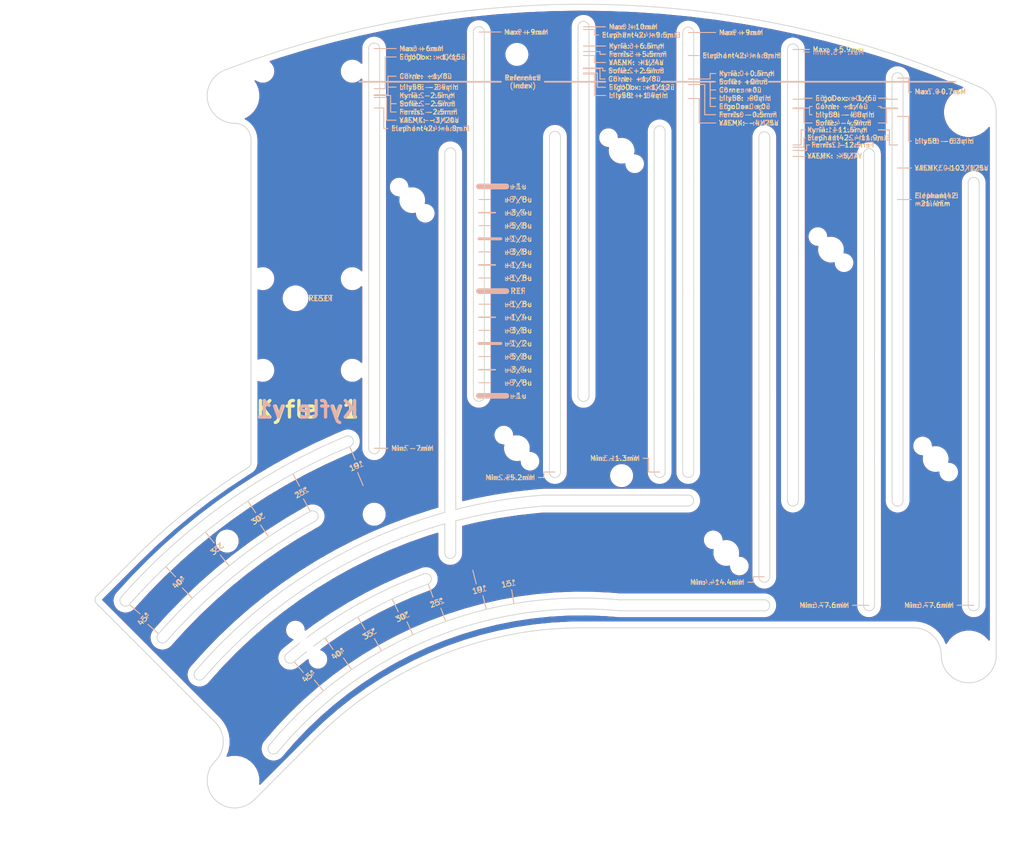
<source format=kicad_pcb>
(kicad_pcb (version 20171130) (host pcbnew 5.1.11-e4df9d881f~92~ubuntu20.04.1)
  (layers (0 F.Cu signal) (31 B.Cu signal) (34 B.Paste user hide) (35 F.Paste user hide) (36 B.SilkS user) (37 F.SilkS user) (38 B.Mask user hide) (39 F.Mask user hide) (44 Edge.Cuts user))
  (net 0 "")
  (module "Kyfle Footprints:Arduino_ProMicro_Kyfle_v1_BottomPlate" (layer F.Cu) (at 111.9 58.6875)
    (fp_text reference SW2 hide)
    (fp_text value "PRO MICRO" hide)
    (fp_text user RESET (at 0 13.096875) (layer B.SilkS) (effects (justify right mirror)))
    (fp_text user RESET (at 0 13.096875) (layer F.SilkS) (effects (justify left)))
    (pad "" np_thru_hole circle (at -8.14375 9.525) (size 2 2) (drill 2) (layers *.Cu *.Mask) (clearance 1.1))
    (pad "" np_thru_hole circle (at -8.14375 -28.23) (size 2 2) (drill 2) (layers *.Cu *.Mask) (clearance 1.1))
    (pad "" np_thru_hole circle (at -8.14375 26.19375) (size 2 2) (drill 2) (layers *.Cu *.Mask) (clearance 1.1))
    (pad "" np_thru_hole circle (at 8.14375 26.19375) (size 2 2) (drill 2) (layers *.Cu *.Mask) (clearance 1.1))
    (pad "" np_thru_hole circle (at 8.14375 9.525) (size 2 2) (drill 2) (layers *.Cu *.Mask) (clearance 1.1))
    (pad "" np_thru_hole circle (at 8.14375 -28.23) (size 2 2) (drill 2) (layers *.Cu *.Mask) (clearance 1.1))
    (pad "" np_thru_hole circle (at -2.185 13.095) (size 2.5 2.5) (drill 2.5) (layers *.Cu *.Mask))
  )
  (module "Kyfle Footprints:CherryMX_Kyfle_v1_BottomPlate_1u_No_Rail_Angle_Silk" (layer F.Cu) (at 140.575 120.91 15)
    (fp_text reference SW2 hide)
    (fp_text value 15° hide)
    (fp_text user %V (at 6.92375 4.7625 189.9) (layer B.SilkS) (effects (justify mirror)))
    (fp_text user %V (at 6.92375 4.7625 189.9) (layer F.SilkS))
  )
  (module "Kyfle Footprints:CherryMX_Kyfle_v1_BottomPlate_2u" (layer F.Cu) (at 97.135413 135.364647 45)
    (fp_text reference SW2 hide)
    (fp_text value 45° hide)
    (fp_text user %V (at 6.92375 14.287501 219.9) (layer B.SilkS) (effects (justify mirror)))
    (fp_text user %V (at -6.92375 -14.287501 48.7) (layer B.SilkS) (effects (justify mirror)))
    (fp_text user %V (at 6.92375 14.287501 219.9) (layer F.SilkS))
    (fp_text user %V (at -6.92375 -14.287501 48.7) (layer F.SilkS))
  )
  (module "Kyfle Footprints:CherryMX_Kyfle_v1_BottomPlate_2u" (layer F.Cu) (at 103.009594 129.977138 40)
    (fp_text reference SW2 hide)
    (fp_text value 40° hide)
    (fp_text user %V (at 6.92375 14.2875 214.9) (layer B.SilkS) (effects (justify mirror)))
    (fp_text user %V (at -6.92375 -14.2875 43.7) (layer B.SilkS) (effects (justify mirror)))
    (fp_text user %V (at 6.92375 14.2875 214.9) (layer F.SilkS))
    (fp_text user %V (at -6.92375 -14.2875 43.7) (layer F.SilkS))
  )
  (module "Kyfle Footprints:CherryMX_Kyfle_v1_BottomPlate_2u" (layer F.Cu) (at 109.335495 125.123104 35)
    (fp_text reference SW2 hide)
    (fp_text value 35° hide)
    (fp_text user %V (at 6.92375 14.2875 209.9) (layer B.SilkS) (effects (justify mirror)))
    (fp_text user %V (at -6.92375 -14.2875 38.7) (layer B.SilkS) (effects (justify mirror)))
    (fp_text user %V (at 6.92375 14.2875 209.9) (layer F.SilkS))
    (fp_text user %V (at -6.92375 -14.2875 38.7) (layer F.SilkS))
  )
  (module "Kyfle Footprints:CherryMX_Kyfle_v1_BottomPlate_2u" (layer F.Cu) (at 123.133072 117.157069 25)
    (fp_text reference SW2 hide)
    (fp_text value 25° hide)
    (fp_text user %V (at 6.92375 14.2875 199.9) (layer B.SilkS) (effects (justify mirror)))
    (fp_text user %V (at -6.92375 -14.2875 28.7) (layer B.SilkS) (effects (justify mirror)))
    (fp_text user %V (at 6.92375 14.2875 199.9) (layer F.SilkS))
    (fp_text user %V (at -6.92375 -14.2875 28.7) (layer F.SilkS))
  )
  (module "Kyfle Footprints:CherryMX_Kyfle_v1_BottomPlate_2u" (layer F.Cu) (at 132.003452 113.573203 19)
    (fp_text reference SW2 hide)
    (fp_text value 19° hide)
    (fp_text user %V (at 6.92375 14.2875 193.9) (layer B.SilkS) (effects (justify mirror)))
    (fp_text user %V (at -6.92375 -14.2875 22.7) (layer B.SilkS) (effects (justify mirror)))
    (fp_text user %V (at 6.92375 14.2875 193.9) (layer F.SilkS))
    (fp_text user %V (at -6.92375 -14.2875 22.7) (layer F.SilkS))
  )
  (module "Kyfle Footprints:CherryMX_Kyfle_v1_BottomPlate_2u" (layer F.Cu) (at 116.057845 120.838155 30)
    (fp_text reference SW2 hide)
    (fp_text value 30° hide)
    (fp_text user %V (at 6.92375 14.2875 204.9) (layer B.SilkS) (effects (justify mirror)))
    (fp_text user %V (at -6.92375 -14.2875 33.7) (layer B.SilkS) (effects (justify mirror)))
    (fp_text user %V (at 6.92375 14.2875 204.9) (layer F.SilkS))
    (fp_text user %V (at -6.92375 -14.2875 33.7) (layer F.SilkS))
  )
  (module "Kyfle Footprints:M2_with_washer" (layer F.Cu) (at 124.02625 111.075)
    (fp_text reference Ref** hide)
    (fp_text value Val**)
    (pad "" np_thru_hole circle (at 0 0) (size 2 2) (drill 2) (layers *.Cu *.Mask) (clearance 1.1))
  )
  (module "Kyfle Footprints:M2_with_washer" (layer F.Cu) (at 169.05 104.05 90)
    (fp_text reference TH7 hide)
    (fp_text value HOLE)
    (pad "" np_thru_hole circle (at 0 0 90) (size 2 2) (drill 2) (layers *.Cu *.Mask) (clearance 1.1))
  )
  (module "Kyfle Footprints:M2_with_washer" (layer F.Cu) (at 97.280371 115.961615 90)
    (fp_text reference TH7 hide)
    (fp_text value HOLE)
    (pad "" np_thru_hole circle (at 0 0 90) (size 2 2) (drill 2) (layers *.Cu *.Mask) (clearance 1.1))
  )
  (module "Kyfle Footprints:M2_with_washer" (layer F.Cu) (at 150 27.4)
    (fp_text reference TH3 hide)
    (fp_text value HOLE)
    (pad "" np_thru_hole circle (at 0 0) (size 2 2) (drill 2) (layers *.Cu *.Mask) (clearance 1.1))
  )
  (module "Kyfle Footprints:SK6812_Bit_Bottom" (layer F.Cu) (at 169.05 44.925)
    (fp_text reference SW2 hide)
    (fp_text value KEY_SWITCH hide)
    (pad "" np_thru_hole circle (at 2.38125 2.38125) (size 1.2 1.2) (drill 1.2) (layers *.Cu *.Mask) (clearance 0.9))
    (pad "" np_thru_hole circle (at -2.38125 -2.38125) (size 1.2 1.2) (drill 1.2) (layers *.Cu *.Mask) (clearance 0.9))
    (pad "" np_thru_hole circle (at 0 0) (size 2.5 2.5) (drill 2.5) (layers *.Cu *.Mask))
  )
  (module "Kyfle Footprints:SK6812_Bit_Bottom" (layer F.Cu) (at 226.2 101.025)
    (fp_text reference SW2 hide)
    (fp_text value KEY_SWITCH hide)
    (pad "" np_thru_hole circle (at 2.38125 2.38125) (size 1.2 1.2) (drill 1.2) (layers *.Cu *.Mask) (clearance 0.9))
    (pad "" np_thru_hole circle (at -2.38125 -2.38125) (size 1.2 1.2) (drill 1.2) (layers *.Cu *.Mask) (clearance 0.9))
    (pad "" np_thru_hole circle (at 0 0) (size 2.5 2.5) (drill 2.5) (layers *.Cu *.Mask))
  )
  (module "Kyfle Footprints:SK6812_Bit_Bottom" (layer F.Cu) (at 188.1 118.12)
    (fp_text reference SW2 hide)
    (fp_text value KEY_SWITCH hide)
    (pad "" np_thru_hole circle (at 2.38125 2.38125) (size 1.2 1.2) (drill 1.2) (layers *.Cu *.Mask) (clearance 0.9))
    (pad "" np_thru_hole circle (at -2.38125 -2.38125) (size 1.2 1.2) (drill 1.2) (layers *.Cu *.Mask) (clearance 0.9))
    (pad "" np_thru_hole circle (at 0 0) (size 2.5 2.5) (drill 2.5) (layers *.Cu *.Mask))
  )
  (module "Kyfle Footprints:SK6812_Bit_Bottom" (layer F.Cu) (at 207.15 62.925)
    (fp_text reference SW2 hide)
    (fp_text value KEY_SWITCH hide)
    (pad "" np_thru_hole circle (at 2.38125 2.38125) (size 1.2 1.2) (drill 1.2) (layers *.Cu *.Mask) (clearance 0.9))
    (pad "" np_thru_hole circle (at -2.38125 -2.38125) (size 1.2 1.2) (drill 1.2) (layers *.Cu *.Mask) (clearance 0.9))
    (pad "" np_thru_hole circle (at 0 0) (size 2.5 2.5) (drill 2.5) (layers *.Cu *.Mask))
  )
  (module "Kyfle Footprints:SK6812_Bit_Bottom" (layer F.Cu) (at 150 99.05)
    (fp_text reference SW2 hide)
    (fp_text value KEY_SWITCH hide)
    (pad "" np_thru_hole circle (at 2.38125 2.38125) (size 1.2 1.2) (drill 1.2) (layers *.Cu *.Mask) (clearance 0.9))
    (pad "" np_thru_hole circle (at -2.38125 -2.38125) (size 1.2 1.2) (drill 1.2) (layers *.Cu *.Mask) (clearance 0.9))
    (pad "" np_thru_hole circle (at 0 0) (size 2.5 2.5) (drill 2.5) (layers *.Cu *.Mask))
  )
  (module "Kyfle Footprints:SK6812_Bit_Bottom" (layer F.Cu) (at 130.95 53.925)
    (fp_text reference SW2 hide)
    (fp_text value KEY_SWITCH hide)
    (pad "" np_thru_hole circle (at 2.38125 2.38125) (size 1.2 1.2) (drill 1.2) (layers *.Cu *.Mask) (clearance 0.9))
    (pad "" np_thru_hole circle (at -2.38125 -2.38125) (size 1.2 1.2) (drill 1.2) (layers *.Cu *.Mask) (clearance 0.9))
    (pad "" np_thru_hole circle (at 0 0) (size 2.5 2.5) (drill 2.5) (layers *.Cu *.Mask))
  )
  (module "Kyfle Footprints:SK6812_Bit_Bottom" (layer F.Cu) (at 111.744542 134.81169 352.5)
    (fp_text reference SW2 hide)
    (fp_text value KEY_SWITCH hide)
    (pad "" np_thru_hole circle (at 2.38125 2.38125 352.5) (size 1.2 1.2) (drill 1.2) (layers *.Cu *.Mask) (clearance 0.9))
    (pad "" np_thru_hole circle (at -2.38125 -2.38125 352.5) (size 1.2 1.2) (drill 1.2) (layers *.Cu *.Mask) (clearance 0.9))
    (pad "" np_thru_hole circle (at 0 0 352.5) (size 2.5 2.5) (drill 2.5) (layers *.Cu *.Mask))
  )
  (module "Kyfle Footprints:CherryMX_Kyfle_v1_BottomPlate_1u_No_Rail" (layer F.Cu) (at 207.15 53.4)
    (fp_text reference SW2 hide)
    (fp_text value KEY_SWITCH hide)
  )
  (module "Kyfle Footprints:M5_with_washer_and_board" (layer F.Cu) (at 237.220381 136.74)
    (fp_text reference REF** hide)
    (fp_text value MountingHole_2.2mm_M2_ISO14580)
    (pad "" np_thru_hole circle (at -5 0) (size 5.3 5.3) (drill 5.3) (layers *.Cu *.Mask) (clearance 1.85))
  )
  (module "Kyfle Footprints:M5_with_washer_and_board" (layer F.Cu) (at 102.174433 163.064671 315)
    (fp_text reference REF** hide)
    (fp_text value MountingHole_2.2mm_M2_ISO14580)
    (pad "" np_thru_hole circle (at -5 0 315) (size 5.3 5.3) (drill 5.3) (layers *.Cu *.Mask) (clearance 1.85))
  )
  (module "Kyfle Footprints:CherryMX_Kyfle_v1_BottomPlate_1u_No_Rail" (layer F.Cu) (at 150 80)
    (fp_text reference SW2 hide)
    (fp_text value KEY_SWITCH hide)
  )
  (module "Kyfle Footprints:CherryMX_Kyfle_v1_BottomPlate_1u_Mount_Spacing" (layer F.Cu) (at 137.87375 118.12 180)
    (fp_text reference Spacer hide)
    (fp_text value KEY_SWITCH hide)
  )
  (module "Kyfle Footprints:CherryMX_Kyfle_v1_BottomPlate_1u_No_Rail" (layer F.Cu) (at 188.1 98.55)
    (fp_text reference SW2 hide)
    (fp_text value KEY_SWITCH hide)
  )
  (module "Kyfle Footprints:CherryMX_Kyfle_v1_BottomPlate_1u_No_Rail" (layer F.Cu) (at 130.95 44.4)
    (fp_text reference SW2 hide)
    (fp_text value KEY_SWITCH hide)
  )
  (module "Kyfle Footprints:CherryMX_Kyfle_v1_BottomPlate_1u_No_Rail" (layer F.Cu) (at 226.2 53.4)
    (fp_text reference SW2 hide)
    (fp_text value KEY_SWITCH hide)
  )
  (module "Kyfle Footprints:CherryMX_Kyfle_v1_BottomPlate_1u_No_Rail" (layer F.Cu) (at 226.2 110.55)
    (fp_text reference SW2 hide)
    (fp_text value KEY_SWITCH hide)
  )
  (module "Kyfle Footprints:CherryMX_Kyfle_v1_BottomPlate_1u_No_Rail" (layer F.Cu) (at 207.15 110.55)
    (fp_text reference SW2 hide)
    (fp_text value KEY_SWITCH hide)
  )
  (module "Kyfle Footprints:CherryMX_Kyfle_v1_BottomPlate_1u_No_Rail" (layer F.Cu) (at 150 41.9)
    (fp_text reference SW2 hide)
    (fp_text value KEY_SWITCH hide)
  )
  (module "Kyfle Footprints:CherryMX_Kyfle_v1_BottomPlate_1u_No_Rail" (layer F.Cu) (at 188.1 41.4)
    (fp_text reference SW2 hide)
    (fp_text value KEY_SWITCH hide)
  )
  (module "Kyfle Footprints:CherryMX_Kyfle_v1_BottomPlate_1u_No_Rail" (layer F.Cu) (at 169.05 35.4)
    (fp_text reference SW2 hide)
    (fp_text value KEY_SWITCH hide)
  )
  (module "Kyfle Footprints:CherryMX_Kyfle_v1_BottomPlate_1u_No_Rail" (layer F.Cu) (at 130.95 101.55)
    (fp_text reference SW2 hide)
    (fp_text value KEY_SWITCH hide)
  )
  (module "Kyfle Footprints:CherryMX_Kyfle_v1_BottomPlate_1u_No_Rail" (layer F.Cu) (at 150 99.05)
    (fp_text reference SW2 hide)
    (fp_text value KEY_SWITCH hide)
  )
  (module "Kyfle Footprints:CherryMX_Kyfle_v1_BottomPlate_1u_No_Rail" (layer F.Cu) (at 169.05 92.55)
    (fp_text reference SW2 hide)
    (fp_text value KEY_SWITCH hide)
  )
  (module "Kyfle Footprints:CherryMX_Kyfle_v1_BottomPlate_1u_No_Rail" (layer F.Cu) (at 180.81 118.12)
    (fp_text reference SW2 hide)
    (fp_text value KEY_SWITCH hide)
  )
  (module "Kyfle Footprints:CherryMX_Kyfle_v1_BottomPlate_1u_No_Rail" (layer F.Cu) (at 161.76 118.12)
    (fp_text reference SW2 hide)
    (fp_text value KEY_SWITCH hide)
  )
  (module "Kyfle Footprints:CherryMX_Kyfle_v1_BottomPlate_1u" (layer F.Cu) (at 207.15 72.45)
    (fp_text reference SW2 hide)
    (fp_text value KEY_SWITCH hide)
    (fp_line (start -7.92375 -9.525) (end -7.92375 9.525) (layer Edge.Cuts) (width 0.15))
    (fp_line (start 7.92375 -9.525) (end 7.92375 9.525) (layer Edge.Cuts) (width 0.15))
    (fp_line (start -5.92375 -9.525) (end -5.92375 9.525) (layer Edge.Cuts) (width 0.15))
    (fp_line (start 5.92375 -9.525) (end 5.92375 9.525) (layer Edge.Cuts) (width 0.15))
  )
  (module "Kyfle Footprints:CherryMX_Kyfle_v1_BottomPlate_1u" (layer F.Cu) (at 226.2 91.5)
    (fp_text reference SW2 hide)
    (fp_text value KEY_SWITCH hide)
    (fp_line (start -7.92375 -9.525) (end -7.92375 9.525) (layer Edge.Cuts) (width 0.15))
    (fp_line (start 7.92375 -9.525) (end 7.92375 9.525) (layer Edge.Cuts) (width 0.15))
    (fp_line (start -5.92375 -9.525) (end -5.92375 9.525) (layer Edge.Cuts) (width 0.15))
    (fp_line (start 5.92375 -9.525) (end 5.92375 9.525) (layer Edge.Cuts) (width 0.15))
  )
  (module "Kyfle Footprints:CherryMX_Kyfle_v1_BottomPlate_1u" (layer F.Cu) (at 207.15 91.5)
    (fp_text reference SW2 hide)
    (fp_text value KEY_SWITCH hide)
    (fp_line (start -7.92375 -9.525) (end -7.92375 9.525) (layer Edge.Cuts) (width 0.15))
    (fp_line (start 7.92375 -9.525) (end 7.92375 9.525) (layer Edge.Cuts) (width 0.15))
    (fp_line (start -5.92375 -9.525) (end -5.92375 9.525) (layer Edge.Cuts) (width 0.15))
    (fp_line (start 5.92375 -9.525) (end 5.92375 9.525) (layer Edge.Cuts) (width 0.15))
  )
  (module "Kyfle Footprints:CherryMX_Kyfle_v1_BottomPlate_1u" (layer F.Cu) (at 188.1 79.5)
    (fp_text reference SW2 hide)
    (fp_text value KEY_SWITCH hide)
    (fp_line (start -7.92375 -9.525) (end -7.92375 9.525) (layer Edge.Cuts) (width 0.15))
    (fp_line (start 7.92375 -9.525) (end 7.92375 9.525) (layer Edge.Cuts) (width 0.15))
    (fp_line (start -5.92375 -9.525) (end -5.92375 9.525) (layer Edge.Cuts) (width 0.15))
    (fp_line (start 5.92375 -9.525) (end 5.92375 9.525) (layer Edge.Cuts) (width 0.15))
  )
  (module "Kyfle Footprints:CherryMX_Kyfle_v1_BottomPlate_1u" (layer F.Cu) (at 169.05 73.5)
    (fp_text reference SW2 hide)
    (fp_text value KEY_SWITCH hide)
    (fp_line (start -7.92375 -9.525) (end -7.92375 9.525) (layer Edge.Cuts) (width 0.15))
    (fp_line (start 7.92375 -9.525) (end 7.92375 9.525) (layer Edge.Cuts) (width 0.15))
    (fp_line (start -5.92375 -9.525) (end -5.92375 9.525) (layer Edge.Cuts) (width 0.15))
    (fp_line (start 5.92375 -9.525) (end 5.92375 9.525) (layer Edge.Cuts) (width 0.15))
  )
  (module "Kyfle Footprints:CherryMX_Kyfle_v1_BottomPlate_1u" (layer F.Cu) (at 130.95 63.45)
    (fp_text reference SW2 hide)
    (fp_text value KEY_SWITCH hide)
    (fp_line (start -7.92375 -9.525) (end -7.92375 9.525) (layer Edge.Cuts) (width 0.15))
    (fp_line (start 7.92375 -9.525) (end 7.92375 9.525) (layer Edge.Cuts) (width 0.15))
    (fp_line (start -5.92375 -9.525) (end -5.92375 9.525) (layer Edge.Cuts) (width 0.15))
    (fp_line (start 5.92375 -9.525) (end 5.92375 9.525) (layer Edge.Cuts) (width 0.15))
  )
  (module "Kyfle Footprints:CherryMX_Kyfle_v1_BottomPlate_1u" (layer F.Cu) (at 150 60.95)
    (fp_text reference SW2 hide)
    (fp_text value KEY_SWITCH hide)
    (fp_line (start -7.92375 -9.525) (end -7.92375 9.525) (layer Edge.Cuts) (width 0.15))
    (fp_line (start 7.92375 -9.525) (end 7.92375 9.525) (layer Edge.Cuts) (width 0.15))
    (fp_line (start -5.92375 -9.525) (end -5.92375 9.525) (layer Edge.Cuts) (width 0.15))
    (fp_line (start 5.92375 -9.525) (end 5.92375 9.525) (layer Edge.Cuts) (width 0.15))
  )
  (module "Kyfle Footprints:CherryMX_Kyfle_v1_BottomPlate_1u" (layer F.Cu) (at 169.05 54.45)
    (fp_text reference SW2 hide)
    (fp_text value KEY_SWITCH hide)
    (fp_line (start -7.92375 -9.525) (end -7.92375 9.525) (layer Edge.Cuts) (width 0.15))
    (fp_line (start 7.92375 -9.525) (end 7.92375 9.525) (layer Edge.Cuts) (width 0.15))
    (fp_line (start -5.92375 -9.525) (end -5.92375 9.525) (layer Edge.Cuts) (width 0.15))
    (fp_line (start 5.92375 -9.525) (end 5.92375 9.525) (layer Edge.Cuts) (width 0.15))
  )
  (module "Kyfle Footprints:CherryMX_Kyfle_v1_BottomPlate_1u" (layer F.Cu) (at 188.1 60.45)
    (fp_text reference SW2 hide)
    (fp_text value KEY_SWITCH hide)
    (fp_line (start -7.92375 -9.525) (end -7.92375 9.525) (layer Edge.Cuts) (width 0.15))
    (fp_line (start 7.92375 -9.525) (end 7.92375 9.525) (layer Edge.Cuts) (width 0.15))
    (fp_line (start -5.92375 -9.525) (end -5.92375 9.525) (layer Edge.Cuts) (width 0.15))
    (fp_line (start 5.92375 -9.525) (end 5.92375 9.525) (layer Edge.Cuts) (width 0.15))
  )
  (module "Kyfle Footprints:CherryMX_Kyfle_v1_BottomPlate_1u" (layer F.Cu) (at 226.2 72.45)
    (fp_text reference SW2 hide)
    (fp_text value KEY_SWITCH hide)
    (fp_line (start -7.92375 -9.525) (end -7.92375 9.525) (layer Edge.Cuts) (width 0.15))
    (fp_line (start 7.92375 -9.525) (end 7.92375 9.525) (layer Edge.Cuts) (width 0.15))
    (fp_line (start -5.92375 -9.525) (end -5.92375 9.525) (layer Edge.Cuts) (width 0.15))
    (fp_line (start 5.92375 -9.525) (end 5.92375 9.525) (layer Edge.Cuts) (width 0.15))
  )
  (module "Kyfle Footprints:CherryMX_Kyfle_v1_BottomPlate_1u" (layer F.Cu) (at 130.95 82.5)
    (fp_text reference SW2 hide)
    (fp_text value KEY_SWITCH hide)
    (fp_line (start -7.92375 -9.525) (end -7.92375 9.525) (layer Edge.Cuts) (width 0.15))
    (fp_line (start 7.92375 -9.525) (end 7.92375 9.525) (layer Edge.Cuts) (width 0.15))
    (fp_line (start -5.92375 -9.525) (end -5.92375 9.525) (layer Edge.Cuts) (width 0.15))
    (fp_line (start 5.92375 -9.525) (end 5.92375 9.525) (layer Edge.Cuts) (width 0.15))
  )
  (module "Kyfle Footprints:M5_with_washer" (layer F.Cu) (at 232.220381 37.928844)
    (fp_text reference REF** hide)
    (fp_text value MountingHole_2.2mm_M2_ISO14580)
    (pad "" np_thru_hole circle (at 0 0) (size 5.3 5.3) (drill 5.3) (layers *.Cu *.Mask) (clearance 1.85))
  )
  (module "Kyfle Footprints:M5_with_washer" (layer F.Cu) (at 98.638899 34.932171 90)
    (fp_text reference REF** hide)
    (fp_text value MountingHole_2.2mm_M2_ISO14580)
    (pad "" np_thru_hole circle (at 0 0 90) (size 5.3 5.3) (drill 5.3) (layers *.Cu *.Mask) (clearance 1.85))
  )
  (gr_text "Min: -7mm" (at 127.02625 99.07) (layer B.SilkS) (effects (font (size 0.9 0.9)) (justify right mirror)))
  (gr_line (start 124.02625 99.07) (end 126.52625 99.07) (layer B.SilkS) (width 0.153))
  (gr_line (start 124.02625 99.07) (end 126.52625 99.07) (layer F.SilkS) (width 0.153))
  (gr_text "Min: -7mm" (at 127.02625 99.07) (layer F.SilkS) (effects (font (size 0.9 0.9)) (justify left)))
  (gr_line (start 156.92375 103.395) (end 154.92375 103.395) (layer B.SilkS) (width 0.153))
  (gr_line (start 154.92375 103.395) (end 154.92375 104.395) (layer B.SilkS) (width 0.153))
  (gr_line (start 154.92375 104.395) (end 153.92375 104.395) (layer B.SilkS) (width 0.153))
  (gr_text "Min: +5.2mm" (at 153.42375 104.395) (layer B.SilkS) (effects (font (size 0.9 0.9)) (justify left mirror)))
  (gr_line (start 175.97375 103.395) (end 173.97375 103.395) (layer B.SilkS) (width 0.153))
  (gr_line (start 173.97375 103.395) (end 173.97375 100.895) (layer B.SilkS) (width 0.153))
  (gr_line (start 173.97375 100.895) (end 172.97375 100.895) (layer B.SilkS) (width 0.153))
  (gr_text "Min: -1.3mm" (at 172.47375 100.895) (layer B.SilkS) (effects (font (size 0.9 0.9)) (justify left mirror)))
  (gr_line (start 193.02375 123.445) (end 193.02375 122.445) (layer B.SilkS) (width 0.153))
  (gr_line (start 192.02375 123.445) (end 193.02375 123.445) (layer B.SilkS) (width 0.153))
  (gr_line (start 195.02375 122.445) (end 193.02375 122.445) (layer B.SilkS) (width 0.153))
  (gr_text "Min: -14.4mm" (at 191.52375 123.445) (layer B.SilkS) (effects (font (size 0.9 0.9)) (justify left mirror)))
  (gr_text "Min: -7.6mm" (at 210.57375 127.64375) (layer B.SilkS) (effects (font (size 0.9 0.9)) (justify left mirror)))
  (gr_line (start 214.07375 127.64375) (end 211.07375 127.64375) (layer B.SilkS) (width 0.153))
  (gr_text "Min: -7.6mm" (at 229.62375 127.64375) (layer B.SilkS) (effects (font (size 0.9 0.9)) (justify left mirror)))
  (gr_line (start 233.12375 127.64375) (end 230.12375 127.64375) (layer B.SilkS) (width 0.153))
  (gr_line (start 154.92375 104.395) (end 153.92375 104.395) (layer F.SilkS) (width 0.153))
  (gr_line (start 154.92375 103.395) (end 154.92375 104.395) (layer F.SilkS) (width 0.153))
  (gr_line (start 193.02375 123.445) (end 193.02375 122.445) (layer F.SilkS) (width 0.153))
  (gr_line (start 192.02375 123.445) (end 193.02375 123.445) (layer F.SilkS) (width 0.153))
  (gr_line (start 156.92375 103.395) (end 154.92375 103.395) (layer F.SilkS) (width 0.153))
  (gr_line (start 173.97375 100.895) (end 172.97375 100.895) (layer F.SilkS) (width 0.153))
  (gr_line (start 173.97375 103.395) (end 173.97375 100.895) (layer F.SilkS) (width 0.153))
  (gr_line (start 175.97375 103.395) (end 173.97375 103.395) (layer F.SilkS) (width 0.153))
  (gr_line (start 195.02375 122.445) (end 193.02375 122.445) (layer F.SilkS) (width 0.153))
  (gr_line (start 214.07375 127.64375) (end 211.07375 127.64375) (layer F.SilkS) (width 0.153))
  (gr_line (start 233.12375 127.64375) (end 230.12375 127.64375) (layer F.SilkS) (width 0.153))
  (gr_text "Min: +5.2mm" (at 153.42375 104.395) (layer F.SilkS) (effects (font (size 0.9 0.9)) (justify right)))
  (gr_text "Min: -1.3mm" (at 172.47375 100.895) (layer F.SilkS) (effects (font (size 0.9 0.9)) (justify right)))
  (gr_text "Min: -14.4mm" (at 191.52375 123.445) (layer F.SilkS) (effects (font (size 0.9 0.9)) (justify right)))
  (gr_text "Min: -7.6mm" (at 210.57375 127.64375) (layer F.SilkS) (effects (font (size 0.9 0.9)) (justify right)))
  (gr_text "Min: -7.6mm" (at 229.62375 127.64375) (layer F.SilkS) (effects (font (size 0.9 0.9)) (justify right)))
  (gr_line (start 202.22625 26.992464) (end 202.22625 26.492464) (layer B.SilkS) (width 0.153))
  (gr_line (start 203.22625 26.992464) (end 202.22625 26.992464) (layer B.SilkS) (width 0.153))
  (gr_text "Elephant42:\n-21.4mm" (at 222.27625 53.816945) (layer B.SilkS) (effects (font (size 0.9 0.9)) (justify right mirror)))
  (gr_line (start 221.77625 53.816945) (end 219.27625 53.816945) (layer B.SilkS) (width 0.153))
  (gr_text "YAEMK: -103/125u" (at 222.27625 48.0722) (layer B.SilkS) (effects (font (size 0.9 0.9)) (justify right mirror)))
  (gr_line (start 221.77625 48.0722) (end 219.27625 48.0722) (layer B.SilkS) (width 0.153))
  (gr_text "Lily58: -6.3mm" (at 222.27625 43.175) (layer B.SilkS) (effects (font (size 0.9 0.9)) (justify right mirror)))
  (gr_line (start 221.77625 43.175) (end 221.27625 43.175) (layer B.SilkS) (width 0.153))
  (gr_line (start 221.27625 43.175) (end 221.27625 38.675) (layer B.SilkS) (width 0.153))
  (gr_line (start 221.27625 38.675) (end 219.27625 38.675) (layer B.SilkS) (width 0.153))
  (gr_text "Max: +0.7mm" (at 222.27625 34.175) (layer B.SilkS) (effects (font (size 0.9 0.9)) (justify right mirror)))
  (gr_line (start 221.27625 34.216945) (end 221.77625 34.216945) (layer B.SilkS) (width 0.153))
  (gr_line (start 221.27625 31.716945) (end 221.27625 34.216945) (layer B.SilkS) (width 0.153))
  (gr_line (start 221.27625 31.716945) (end 219.27625 31.716945) (layer B.SilkS) (width 0.153))
  (gr_line (start 217.77625 43.875) (end 219.27625 43.875) (layer B.SilkS) (width 0.153))
  (gr_line (start 217.77625 41.125) (end 217.77625 43.875) (layer B.SilkS) (width 0.153))
  (gr_line (start 217.77625 41.125) (end 215.77625 41.125) (layer B.SilkS) (width 0.153))
  (gr_line (start 217.27625 35.375) (end 217.27625 35.55254) (layer B.SilkS) (width 0.153))
  (gr_line (start 216.27625 36.875) (end 216.27625 37.1375) (layer B.SilkS) (width 0.153))
  (gr_line (start 217.27625 39.875) (end 217.27625 37.275) (layer B.SilkS) (width 0.153))
  (gr_line (start 215.77625 39.875) (end 217.27625 39.875) (layer B.SilkS) (width 0.153))
  (gr_line (start 217.27625 37.275) (end 219.27625 37.275) (layer B.SilkS) (width 0.153))
  (gr_line (start 216.27625 37.1375) (end 219.27625 37.1375) (layer B.SilkS) (width 0.153))
  (gr_line (start 216.27625 36.875) (end 215.77625 36.875) (layer B.SilkS) (width 0.153))
  (gr_line (start 217.27625 35.55254) (end 219.27625 35.55254) (layer B.SilkS) (width 0.153))
  (gr_line (start 217.27625 35.375) (end 215.77625 35.375) (layer B.SilkS) (width 0.153))
  (gr_line (start 221.77625 53.816945) (end 219.27625 53.816945) (layer F.SilkS) (width 0.153))
  (gr_line (start 221.27625 34.216945) (end 221.77625 34.216945) (layer F.SilkS) (width 0.153))
  (gr_line (start 221.27625 31.716945) (end 221.27625 34.216945) (layer F.SilkS) (width 0.153))
  (gr_line (start 221.27625 31.716945) (end 219.27625 31.716945) (layer F.SilkS) (width 0.153))
  (gr_line (start 217.77625 41.125) (end 215.77625 41.125) (layer F.SilkS) (width 0.153))
  (gr_line (start 217.77625 41.125) (end 217.77625 43.875) (layer F.SilkS) (width 0.153))
  (gr_line (start 217.77625 43.875) (end 219.27625 43.875) (layer F.SilkS) (width 0.153))
  (gr_line (start 215.77625 39.875) (end 217.27625 39.875) (layer F.SilkS) (width 0.153))
  (gr_line (start 217.27625 37.275) (end 217.27625 39.875) (layer F.SilkS) (width 0.153))
  (gr_line (start 217.27625 37.275) (end 219.27625 37.275) (layer F.SilkS) (width 0.153))
  (gr_line (start 216.27625 36.875) (end 215.77625 36.875) (layer F.SilkS) (width 0.153))
  (gr_line (start 216.27625 36.875) (end 216.27625 37.1375) (layer F.SilkS) (width 0.153))
  (gr_line (start 216.27625 37.1375) (end 219.27625 37.1375) (layer F.SilkS) (width 0.153))
  (gr_line (start 217.27625 35.375) (end 217.27625 35.55254) (layer F.SilkS) (width 0.153))
  (gr_line (start 217.27625 35.375) (end 215.77625 35.375) (layer F.SilkS) (width 0.153))
  (gr_line (start 217.27625 35.55254) (end 219.27625 35.55254) (layer F.SilkS) (width 0.153))
  (gr_text "Elephant42:\n-21.4mm" (at 222.27625 53.816945) (layer F.SilkS) (effects (font (size 0.9 0.9)) (justify left)))
  (gr_text "Kyfle v1" (at 111.9 92.025) (layer B.SilkS) (effects (font (size 3 3) (thickness 0.6)) (justify mirror)))
  (gr_text "YAEMK: -5/7u" (at 202.72625 45.875) (layer B.SilkS) (effects (font (size 0.9 0.9)) (justify right mirror)))
  (gr_text "Ferris: -12.5mm" (at 203.47625 43.875) (layer B.SilkS) (effects (font (size 0.9 0.9)) (justify right mirror)))
  (gr_text "Elephant42: -11.9mm" (at 202.72625 42.57) (layer B.SilkS) (effects (font (size 0.9 0.9)) (justify right mirror)))
  (gr_text "Kyria: -11.5mm" (at 202.72625 41.125) (layer B.SilkS) (effects (font (size 0.9 0.9)) (justify right mirror)))
  (gr_text "Sofle: -4.9mm" (at 204.22625 39.875) (layer B.SilkS) (effects (font (size 0.9 0.9)) (justify right mirror)))
  (gr_text "Lily58: -4.8mm" (at 204.22625 38.375) (layer B.SilkS) (effects (font (size 0.9 0.9)) (justify right mirror)))
  (gr_text "Corne: -1/4u" (at 204.22625 36.875) (layer B.SilkS) (effects (font (size 0.9 0.9)) (justify right mirror)))
  (gr_text "ErgoDox: -1/6u" (at 204.22625 35.375) (layer B.SilkS) (effects (font (size 0.9 0.9)) (justify right mirror)))
  (gr_line (start 200.22625 45.964) (end 202.47625 45.964) (layer B.SilkS) (width 0.153))
  (gr_line (start 201.72625 41.125) (end 201.72625 43.875) (layer B.SilkS) (width 0.153))
  (gr_line (start 202.22625 42.57) (end 202.22625 44.285) (layer B.SilkS) (width 0.153))
  (gr_line (start 202.72625 43.875) (end 202.72625 44.875) (layer B.SilkS) (width 0.153))
  (gr_line (start 203.22625 43.875) (end 202.72625 43.875) (layer B.SilkS) (width 0.153))
  (gr_line (start 202.72625 44.875) (end 200.22625 44.875) (layer B.SilkS) (width 0.153))
  (gr_line (start 200.22625 44.285) (end 202.22625 44.285) (layer B.SilkS) (width 0.153))
  (gr_line (start 202.47625 42.57) (end 202.22625 42.57) (layer B.SilkS) (width 0.153))
  (gr_line (start 202.47625 41.125) (end 201.72625 41.125) (layer B.SilkS) (width 0.153))
  (gr_line (start 200.22625 43.875) (end 201.72625 43.875) (layer B.SilkS) (width 0.153))
  (gr_line (start 202.22625 39.875) (end 203.72625 39.875) (layer B.SilkS) (width 0.153))
  (gr_line (start 200.22625 37.275) (end 202.22625 37.275) (layer B.SilkS) (width 0.153))
  (gr_line (start 202.22625 37.275) (end 202.22625 39.875) (layer B.SilkS) (width 0.153))
  (gr_line (start 203.22625 36.875) (end 203.22625 38.375) (layer B.SilkS) (width 0.153))
  (gr_line (start 203.22625 38.375) (end 203.72625 38.375) (layer B.SilkS) (width 0.153))
  (gr_line (start 200.22625 37.1375) (end 203.22625 37.1375) (layer B.SilkS) (width 0.153))
  (gr_line (start 203.72625 36.875) (end 203.22625 36.875) (layer B.SilkS) (width 0.153))
  (gr_line (start 200.22625 35.55254) (end 202.22625 35.55254) (layer B.SilkS) (width 0.153))
  (gr_line (start 202.22625 35.375) (end 202.22625 35.55254) (layer B.SilkS) (width 0.153))
  (gr_line (start 203.72625 35.375) (end 202.22625 35.375) (layer B.SilkS) (width 0.153))
  (gr_line (start 200.22625 26.492464) (end 202.22625 26.492464) (layer B.SilkS) (width 0.153))
  (gr_text "Max: +5.9mm" (at 203.72625 26.992464) (layer B.SilkS) (effects (font (size 0.9 0.9)) (justify right mirror)))
  (gr_text "YAEMK: -4/25u" (at 186.67625 39.875) (layer B.SilkS) (effects (font (size 0.9 0.9)) (justify right mirror)))
  (gr_text "Ferris: -0.5mm" (at 186.67625 38.375) (layer B.SilkS) (effects (font (size 0.9 0.9)) (justify right mirror)))
  (gr_text "ErgoDox: +0u" (at 186.67625 36.875) (layer B.SilkS) (effects (font (size 0.9 0.9)) (justify right mirror)))
  (gr_text "Lily58: +0mm" (at 186.67625 35.375) (layer B.SilkS) (effects (font (size 0.9 0.9)) (justify right mirror)))
  (gr_text "Corne: +0u" (at 186.67625 33.875) (layer B.SilkS) (effects (font (size 0.9 0.9)) (justify right mirror)))
  (gr_text "Sofle: +0mm" (at 186.67625 32.375) (layer B.SilkS) (effects (font (size 0.9 0.9)) (justify right mirror)))
  (gr_text "Kyria: +0.5mm" (at 186.67625 30.875) (layer B.SilkS) (effects (font (size 0.9 0.9)) (justify right mirror)))
  (gr_text "Elephant42: +4.8mm" (at 183.67625 27.6145) (layer B.SilkS) (effects (font (size 0.9 0.9)) (justify right mirror)))
  (gr_text "Max: +9mm" (at 186.67625 23.41485) (layer B.SilkS) (effects (font (size 0.9 0.9)) (justify right mirror)))
  (gr_line (start 185.17625 31.875) (end 185.17625 30.875) (layer B.SilkS) (width 0.153))
  (gr_line (start 184.17625 38.375) (end 184.17625 32.875) (layer B.SilkS) (width 0.153))
  (gr_line (start 183.17625 39.875) (end 183.17625 35.423) (layer B.SilkS) (width 0.153))
  (gr_line (start 186.17625 33.875) (end 185.17625 33.875) (layer B.SilkS) (width 0.153))
  (gr_line (start 186.17625 35.375) (end 185.17625 35.375) (layer B.SilkS) (width 0.153))
  (gr_line (start 186.17625 36.875) (end 185.17625 36.875) (layer B.SilkS) (width 0.153))
  (gr_line (start 186.17625 38.375) (end 184.17625 38.375) (layer B.SilkS) (width 0.153))
  (gr_line (start 186.17625 39.875) (end 183.17625 39.875) (layer B.SilkS) (width 0.153))
  (gr_line (start 183.17625 35.423) (end 181.17625 35.423) (layer B.SilkS) (width 0.153))
  (gr_line (start 185.17625 36.875) (end 185.17625 32.375) (layer B.SilkS) (width 0.153))
  (gr_line (start 184.17625 32.875) (end 181.17625 32.875) (layer B.SilkS) (width 0.153))
  (gr_line (start 185.17625 30.875) (end 186.17625 30.875) (layer B.SilkS) (width 0.153))
  (gr_line (start 181.17625 32.375) (end 186.17625 32.375) (layer B.SilkS) (width 0.153))
  (gr_line (start 185.17625 31.875) (end 181.17625 31.875) (layer B.SilkS) (width 0.153))
  (gr_line (start 181.17625 27.6145) (end 183.17625 27.6145) (layer B.SilkS) (width 0.153))
  (gr_line (start 181.17625 23.41485) (end 186.17625 23.41485) (layer B.SilkS) (width 0.153))
  (gr_line (start 185.17625 31.875) (end 181.17625 31.875) (layer F.SilkS) (width 0.153))
  (gr_text "Lily58: +1.4mm" (at 166.62625 34.875) (layer B.SilkS) (effects (font (size 0.9 0.9)) (justify right mirror)))
  (gr_text "ErgoDox: +1/12u" (at 166.62625 33.375) (layer B.SilkS) (effects (font (size 0.9 0.9)) (justify right mirror)))
  (gr_text "Corne: +1/8u" (at 166.52625 31.875) (layer B.SilkS) (effects (font (size 0.9 0.9)) (justify right mirror)))
  (gr_text "Sofle: +2.5mm" (at 166.52625 30.375) (layer B.SilkS) (effects (font (size 0.9 0.9)) (justify right mirror)))
  (gr_text "YAEMK: +1/4u" (at 166.62625 28.875) (layer B.SilkS) (effects (font (size 0.9 0.9)) (justify right mirror)))
  (gr_text "Ferris: +5.5mm" (at 166.62625 27.375) (layer B.SilkS) (effects (font (size 0.9 0.9)) (justify right mirror)))
  (gr_text "Kyria: +6.5mm" (at 166.62625 25.875) (layer B.SilkS) (effects (font (size 0.9 0.9)) (justify right mirror)))
  (gr_line (start 166.12625 25.875) (end 162.12625 25.875) (layer B.SilkS) (width 0.153))
  (gr_line (start 166.12625 25.875) (end 162.12625 25.875) (layer F.SilkS) (width 0.153))
  (gr_text "Elephant42: +9.5mm" (at 165.37625 23.875) (layer B.SilkS) (effects (font (size 0.9 0.9)) (justify right mirror)))
  (gr_text "Max: +10mm" (at 166.62625 22.375) (layer B.SilkS) (effects (font (size 0.9 0.9)) (justify right mirror)))
  (gr_line (start 166.12625 34.875) (end 164.12625 34.875) (layer B.SilkS) (width 0.153))
  (gr_line (start 166.12625 33.375) (end 164.62625 33.375) (layer B.SilkS) (width 0.153))
  (gr_line (start 166.02625 31.875) (end 165.12625 31.875) (layer B.SilkS) (width 0.153))
  (gr_line (start 162.12625 30.975) (end 164.12625 30.975) (layer B.SilkS) (width 0.153))
  (gr_line (start 162.12625 30.775) (end 164.62625 30.775) (layer B.SilkS) (width 0.153))
  (gr_line (start 165.62625 30.375) (end 166.12625 30.375) (layer B.SilkS) (width 0.153))
  (gr_line (start 162.12625 29.99375) (end 165.12625 29.99375) (layer B.SilkS) (width 0.153))
  (gr_line (start 162.12625 29.875) (end 165.62625 29.875) (layer B.SilkS) (width 0.153))
  (gr_line (start 166.12625 28.875) (end 164.12625 28.875) (layer B.SilkS) (width 0.153))
  (gr_line (start 162.12625 27.6125) (end 164.12625 27.6125) (layer B.SilkS) (width 0.153))
  (gr_line (start 165.12625 27.375) (end 166.12625 27.375) (layer B.SilkS) (width 0.153))
  (gr_line (start 162.12625 26.875) (end 165.12625 26.875) (layer B.SilkS) (width 0.153))
  (gr_line (start 164.87625 23.875) (end 164.12625 23.875) (layer B.SilkS) (width 0.153))
  (gr_line (start 164.12625 22.875) (end 162.12625 22.875) (layer B.SilkS) (width 0.153))
  (gr_line (start 166.12625 22.375) (end 162.12625 22.375) (layer B.SilkS) (width 0.153))
  (gr_line (start 164.12625 34.875) (end 164.12625 30.975) (layer B.SilkS) (width 0.153))
  (gr_line (start 164.62625 30.775) (end 164.62625 33.375) (layer B.SilkS) (width 0.153))
  (gr_line (start 165.12625 31.875) (end 165.12625 29.99375) (layer B.SilkS) (width 0.153))
  (gr_line (start 165.62625 29.875) (end 165.62625 30.375) (layer B.SilkS) (width 0.153))
  (gr_line (start 164.12625 28.875) (end 164.12625 27.6125) (layer B.SilkS) (width 0.153))
  (gr_line (start 165.12625 26.875) (end 165.12625 27.375) (layer B.SilkS) (width 0.153))
  (gr_line (start 164.12625 22.875) (end 164.12625 23.875) (layer B.SilkS) (width 0.153))
  (gr_text "Max: +6mm" (at 128.52625 26.335557) (layer F.SilkS) (effects (font (size 0.9 0.9)) (justify left)))
  (gr_text "ErgoDox: -1/15u" (at 128.52625 27.875) (layer F.SilkS) (effects (font (size 0.9 0.9)) (justify left)))
  (gr_text "Corne: -1/8u" (at 128.52625 31.375) (layer F.SilkS) (effects (font (size 0.9 0.9)) (justify left)))
  (gr_text "Lily58: -2.4mm" (at 128.52625 33.356251) (layer F.SilkS) (effects (font (size 0.9 0.9)) (justify left)))
  (gr_text "Kyria: -2.5mm" (at 128.52625 34.875) (layer F.SilkS) (effects (font (size 0.9 0.9)) (justify left)))
  (gr_text "Sofle: -2.5mm" (at 128.52625 36.375) (layer F.SilkS) (effects (font (size 0.9 0.9)) (justify left)))
  (gr_text "Ferris: -2.5mm" (at 128.52625 37.875) (layer F.SilkS) (effects (font (size 0.9 0.9)) (justify left)))
  (gr_text "YAEMK: -3/20u" (at 128.52625 39.375) (layer F.SilkS) (effects (font (size 0.9 0.9)) (justify left)))
  (gr_text "Elephant42: -4.8mm" (at 127.02625 40.875) (layer F.SilkS) (effects (font (size 0.9 0.9)) (justify left)))
  (gr_text "Max: +9mm" (at 147.57625 23.337715) (layer B.SilkS) (effects (font (size 0.9 0.9)) (justify right mirror)))
  (gr_line (start 147.07625 23.337715) (end 143.07625 23.337715) (layer B.SilkS) (width 0.153))
  (gr_line (start 125.77625 40.875) (end 126.52625 40.875) (layer B.SilkS) (width 0.153))
  (gr_line (start 128.02625 39.375) (end 126.27625 39.375) (layer B.SilkS) (width 0.153))
  (gr_line (start 125.77625 37.135) (end 125.77625 40.875) (layer B.SilkS) (width 0.153))
  (gr_line (start 124.02625 37.135) (end 125.77625 37.135) (layer B.SilkS) (width 0.153))
  (gr_line (start 128.02625 37.875) (end 127.02625 37.875) (layer B.SilkS) (width 0.153))
  (gr_line (start 128.02625 36.375) (end 127.02625 36.375) (layer B.SilkS) (width 0.153))
  (gr_line (start 126.27625 39.375) (end 126.27625 35.2325) (layer B.SilkS) (width 0.153))
  (gr_line (start 127.02625 37.875) (end 127.02625 34.875) (layer B.SilkS) (width 0.153))
  (gr_line (start 124.02625 34.875) (end 127.02625 34.875) (layer B.SilkS) (width 0.153))
  (gr_line (start 124.02625 34.875) (end 127.02625 34.875) (layer F.SilkS) (width 0.153))
  (gr_line (start 124.02625 35.2325) (end 126.27625 35.2325) (layer B.SilkS) (width 0.153))
  (gr_line (start 124.02625 34.75625) (end 126.52625 34.75625) (layer B.SilkS) (width 0.153))
  (gr_line (start 128.02625 33.356251) (end 126.52625 33.356251) (layer B.SilkS) (width 0.153))
  (gr_line (start 126.52625 31.375) (end 126.52625 34.75625) (layer B.SilkS) (width 0.153))
  (gr_line (start 128.02625 31.375) (end 126.52625 31.375) (layer B.SilkS) (width 0.153))
  (gr_line (start 124.02625 33.645) (end 126.02625 33.645) (layer B.SilkS) (width 0.153))
  (gr_line (start 126.02625 33.645) (end 126.02625 27.875) (layer B.SilkS) (width 0.153))
  (gr_line (start 126.02625 27.875) (end 128.02625 27.875) (layer B.SilkS) (width 0.153))
  (gr_line (start 124.02625 26.335557) (end 128.02625 26.335557) (layer B.SilkS) (width 0.153))
  (gr_line (start 195.85625 32.375) (end 229.85625 32.375) (layer B.SilkS) (width 0.3))
  (gr_line (start 176.35625 32.375) (end 185.85625 32.375) (layer B.SilkS) (width 0.3))
  (gr_line (start 155.07625 32.375) (end 166.07625 32.375) (layer B.SilkS) (width 0.3))
  (gr_text "Reference\n(Index)" (at 151.07625 32.375) (layer B.SilkS) (effects (font (size 0.9 0.9)) (justify mirror)))
  (gr_line (start 147.07625 32.375) (end 121.35625 32.375) (layer B.SilkS) (width 0.3))
  (gr_line (start 138.87375 92.025) (end 138.87375 110.206926) (layer Edge.Cuts) (width 0.15))
  (gr_line (start 86.208585 134.229858) (end 86.211497 134.232392) (layer Edge.Cuts) (width 0.15))
  (gr_line (start 84.794378 132.815642) (end 84.797283 132.818178) (layer Edge.Cuts) (width 0.15))
  (gr_line (start 79.47342 127.494658) (end 79.476305 127.4972) (layer Edge.Cuts) (width 0.15))
  (gr_line (start 78.062091 126.082986) (end 78.059211 126.080443) (layer Edge.Cuts) (width 0.15))
  (gr_arc (start 119.254844 97.815227) (end 119.580412 98.760746) (angle -180) (layer Edge.Cuts) (width 0.15))
  (gr_arc (start 133.433559 122.863547) (end 133.856177 123.769855) (angle -180) (layer Edge.Cuts) (width 0.15))
  (gr_arc (start 112.832585 111.450591) (end 113.255203 112.356899) (angle -180) (layer Edge.Cuts) (width 0.15))
  (gr_arc (start 108.766436 137.204009) (end 109.473543 137.911116) (angle 180) (layer Edge.Cuts) (width 0.15))
  (gr_arc (start 105.709967 153.730862) (end 106.417074 154.437969) (angle 180) (layer Edge.Cuts) (width 0.15))
  (gr_arc (start 92.239582 140.260478) (end 92.946689 140.967585) (angle 180) (layer Edge.Cuts) (width 0.15))
  (gr_arc (start 85.50439 133.525285) (end 86.211497 134.232392) (angle 180) (layer Edge.Cuts) (width 0.15))
  (gr_arc (start 78.769198 126.790093) (end 79.476305 127.4972) (angle 180) (layer Edge.Cuts) (width 0.15))
  (gr_arc (start 161.760381 199.9936) (end 133.010941 121.957239) (angle -19.99785445) (layer Edge.Cuts) (width 0.15))
  (gr_arc (start 161.760381 199.9936) (end 133.856177 123.769855) (angle -19.99779632) (layer Edge.Cuts) (width 0.15))
  (gr_arc (start 161.760381 199.9936) (end 113.255203 112.356899) (angle -19.99853701) (layer Edge.Cuts) (width 0.15))
  (gr_arc (start 161.760381 199.9936) (end 112.409967 110.544283) (angle -19.99856301) (layer Edge.Cuts) (width 0.15))
  (gr_line (start 145.07625 87.14375) (end 143.07625 87.14375) (layer B.SilkS) (width 0.153))
  (gr_line (start 143.07625 68.09375) (end 145.07625 68.09375) (layer B.SilkS) (width 0.153))
  (gr_line (start 143.07625 68.09375) (end 145.07625 68.09375) (layer F.SilkS) (width 0.153))
  (gr_line (start 200.22625 43.875) (end 201.72625 43.875) (layer F.SilkS) (width 0.153))
  (gr_line (start 201.72625 41.125) (end 201.72625 43.875) (layer F.SilkS) (width 0.153))
  (gr_line (start 202.47625 41.125) (end 201.72625 41.125) (layer F.SilkS) (width 0.153))
  (gr_text "Elephant42: -11.9mm" (at 202.72625 42.57) (layer F.SilkS) (effects (font (size 0.9 0.9)) (justify left)))
  (gr_line (start 200.22625 44.285) (end 202.22625 44.285) (layer F.SilkS) (width 0.153))
  (gr_line (start 125.77625 40.875) (end 126.52625 40.875) (layer F.SilkS) (width 0.153))
  (gr_line (start 125.77625 37.135) (end 125.77625 40.875) (layer F.SilkS) (width 0.153))
  (gr_line (start 124.02625 37.135) (end 125.77625 37.135) (layer F.SilkS) (width 0.153))
  (gr_text "Elephant42: -4.8mm" (at 127.02625 40.875) (layer B.SilkS) (effects (font (size 0.9 0.9)) (justify right mirror)))
  (gr_text "Max: +5.9mm" (at 203.72625 26.492464) (layer F.SilkS) (effects (font (size 0.9 0.9)) (justify left)))
  (gr_line (start 200.22625 26.492464) (end 203.22625 26.492464) (layer F.SilkS) (width 0.153))
  (gr_line (start 181.17625 23.41485) (end 186.17625 23.41485) (layer F.SilkS) (width 0.153))
  (gr_arc (start 232.220381 37.928844) (end 237.220381 37.928844) (angle -66.5) (layer Edge.Cuts) (width 0.15))
  (gr_line (start 164.12625 22.875) (end 162.12625 22.875) (layer F.SilkS) (width 0.153))
  (gr_text "Elephant42: +4.8mm" (at 183.67625 27.6145) (layer F.SilkS) (effects (font (size 0.9 0.9)) (justify left)))
  (gr_text "Elephant42: +9.5mm" (at 165.37625 23.875) (layer F.SilkS) (effects (font (size 0.9 0.9)) (justify left)))
  (gr_arc (start 98.638899 159.529137) (end 95.103365 155.993603) (angle -180) (layer Edge.Cuts) (width 0.15))
  (gr_arc (start 74.231954 126.636911) (end 73.524848 125.929806) (angle -90) (layer Edge.Cuts) (width 0.15))
  (gr_text -1u (at 150.22 89.525) (layer B.SilkS) (effects (font (size 1 1)) (justify mirror)))
  (gr_text -7/8u (at 150.22 87.14375) (layer B.SilkS) (effects (font (size 1 1)) (justify mirror)))
  (gr_text -3/4u (at 150.22 84.7625) (layer B.SilkS) (effects (font (size 1 1)) (justify mirror)))
  (gr_text -5/8u (at 150.22 82.38125) (layer B.SilkS) (effects (font (size 1 1)) (justify mirror)))
  (gr_text -1/2u (at 150.22 80) (layer B.SilkS) (effects (font (size 1 1)) (justify mirror)))
  (gr_text -3/8u (at 150.22 77.61875) (layer B.SilkS) (effects (font (size 1 1)) (justify mirror)))
  (gr_text -1/4u (at 150.22 75.2375) (layer B.SilkS) (effects (font (size 1 1)) (justify mirror)))
  (gr_text -1/8u (at 150.22 72.85625) (layer B.SilkS) (effects (font (size 1 1)) (justify mirror)))
  (gr_line (start 148.07625 89.525) (end 143.07625 89.525) (layer B.SilkS) (width 1))
  (gr_line (start 143.07625 84.7625) (end 146.07625 84.7625) (layer B.SilkS) (width 0.25))
  (gr_line (start 145.07625 82.38125) (end 143.07625 82.38125) (layer B.SilkS) (width 0.153))
  (gr_line (start 143.07625 80) (end 147.07625 80) (layer B.SilkS) (width 0.5))
  (gr_line (start 145.07625 77.61875) (end 143.07625 77.61875) (layer B.SilkS) (width 0.153))
  (gr_line (start 146.07625 75.2375) (end 143.07625 75.2375) (layer B.SilkS) (width 0.25))
  (gr_line (start 145.07625 72.85625) (end 143.07625 72.85625) (layer B.SilkS) (width 0.153))
  (gr_line (start 148.07625 51.425) (end 143.07625 51.425) (layer B.SilkS) (width 1))
  (gr_line (start 145.07625 53.80625) (end 143.07625 53.80625) (layer B.SilkS) (width 0.153))
  (gr_line (start 146.07625 56.1875) (end 143.07625 56.1875) (layer B.SilkS) (width 0.25))
  (gr_line (start 145.07625 58.56875) (end 143.07625 58.56875) (layer B.SilkS) (width 0.153))
  (gr_line (start 143.07625 60.95) (end 147.07625 60.95) (layer B.SilkS) (width 0.5))
  (gr_text +1u (at 150.22 51.425) (layer B.SilkS) (effects (font (size 1 1)) (justify mirror)))
  (gr_text +7/8u (at 150.22 53.80625) (layer B.SilkS) (effects (font (size 1 1)) (justify mirror)))
  (gr_text +3/4u (at 150.22 56.1875) (layer B.SilkS) (effects (font (size 1 1)) (justify mirror)))
  (gr_text +5/8u (at 150.22 58.56875) (layer B.SilkS) (effects (font (size 1 1)) (justify mirror)))
  (gr_text +1/2u (at 150.22 60.95) (layer B.SilkS) (effects (font (size 1 1)) (justify mirror)))
  (gr_text +3/8u (at 150.22 63.33125) (layer B.SilkS) (effects (font (size 1 1)) (justify mirror)))
  (gr_line (start 145.07625 63.33125) (end 143.07625 63.33125) (layer B.SilkS) (width 0.153))
  (gr_text +1/4u (at 150.22 65.7125) (layer B.SilkS) (effects (font (size 1 1)) (justify mirror)))
  (gr_line (start 143.07625 65.7125) (end 146.07625 65.7125) (layer B.SilkS) (width 0.25))
  (gr_text +1/8u (at 150.22 68.09375) (layer B.SilkS) (effects (font (size 1 1)) (justify mirror)))
  (gr_text REF (at 150.22 70.475) (layer B.SilkS) (effects (font (size 1 1)) (justify mirror)))
  (gr_line (start 143.07625 70.475) (end 148.07625 70.475) (layer B.SilkS) (width 1))
  (gr_text -1u (at 150.22 89.525) (layer F.SilkS) (effects (font (size 1 1))))
  (gr_text +1u (at 150.22 51.425) (layer F.SilkS) (effects (font (size 1 1))))
  (gr_line (start 195.85625 32.375) (end 229.85625 32.375) (layer F.SilkS) (width 0.3))
  (gr_line (start 155.07625 32.375) (end 166.07625 32.375) (layer F.SilkS) (width 0.3))
  (gr_line (start 147.07625 32.375) (end 121.35625 32.375) (layer F.SilkS) (width 0.3))
  (gr_line (start 221.27625 43.175) (end 221.27625 38.675) (layer F.SilkS) (width 0.153))
  (gr_line (start 221.77625 43.175) (end 221.27625 43.175) (layer F.SilkS) (width 0.153))
  (gr_text "Max: +0.7mm" (at 222.27625 34.175) (layer F.SilkS) (effects (font (size 0.9 0.9)) (justify left)))
  (gr_text "Lily58: -6.3mm" (at 222.27625 43.175) (layer F.SilkS) (effects (font (size 0.9 0.9)) (justify left)))
  (gr_line (start 221.27625 38.675) (end 219.27625 38.675) (layer F.SilkS) (width 0.153))
  (gr_line (start 221.77625 48.0722) (end 219.27625 48.0722) (layer F.SilkS) (width 0.153))
  (gr_text "YAEMK: -103/125u" (at 222.27625 48.0722) (layer F.SilkS) (effects (font (size 0.9 0.9)) (justify left)))
  (gr_text "Max: +6mm" (at 128.52625 26.335557) (layer B.SilkS) (effects (font (size 0.9 0.9)) (justify right mirror)))
  (gr_line (start 124.02625 26.335557) (end 128.02625 26.335557) (layer F.SilkS) (width 0.153))
  (gr_text "Max: +9mm" (at 147.57625 23.337715) (layer F.SilkS) (effects (font (size 0.9 0.9)) (justify left)))
  (gr_line (start 147.07625 23.337715) (end 143.07625 23.337715) (layer F.SilkS) (width 0.153))
  (gr_line (start 164.12625 22.875) (end 164.12625 23.875) (layer F.SilkS) (width 0.153))
  (gr_line (start 164.87625 23.875) (end 164.12625 23.875) (layer F.SilkS) (width 0.153))
  (gr_text "Max: +10mm" (at 166.62625 22.375) (layer F.SilkS) (effects (font (size 0.9 0.9)) (justify left)))
  (gr_line (start 166.12625 22.375) (end 162.12625 22.375) (layer F.SilkS) (width 0.153))
  (gr_text "Max: +9mm" (at 186.67625 23.41485) (layer F.SilkS) (effects (font (size 0.9 0.9)) (justify left)))
  (gr_line (start 181.17625 27.6145) (end 183.17625 27.6145) (layer F.SilkS) (width 0.153))
  (gr_line (start 202.72625 43.875) (end 202.72625 44.875) (layer F.SilkS) (width 0.153))
  (gr_line (start 203.22625 43.875) (end 202.72625 43.875) (layer F.SilkS) (width 0.153))
  (gr_line (start 202.22625 42.57) (end 202.22625 44.285) (layer F.SilkS) (width 0.153))
  (gr_line (start 202.47625 42.57) (end 202.22625 42.57) (layer F.SilkS) (width 0.153))
  (gr_line (start 202.22625 39.875) (end 203.72625 39.875) (layer F.SilkS) (width 0.153))
  (gr_line (start 202.22625 37.275) (end 202.22625 39.875) (layer F.SilkS) (width 0.153))
  (gr_line (start 203.22625 38.375) (end 203.72625 38.375) (layer F.SilkS) (width 0.153))
  (gr_line (start 203.22625 36.875) (end 203.22625 38.375) (layer F.SilkS) (width 0.153))
  (gr_line (start 203.72625 36.875) (end 203.22625 36.875) (layer F.SilkS) (width 0.153))
  (gr_line (start 202.22625 35.375) (end 202.22625 35.55254) (layer F.SilkS) (width 0.153))
  (gr_line (start 203.72625 35.375) (end 202.22625 35.375) (layer F.SilkS) (width 0.153))
  (gr_line (start 200.22625 45.964) (end 202.47625 45.964) (layer F.SilkS) (width 0.153))
  (gr_line (start 202.72625 44.875) (end 200.22625 44.875) (layer F.SilkS) (width 0.153))
  (gr_text "YAEMK: -5/7u" (at 202.72625 45.875) (layer F.SilkS) (effects (font (size 0.9 0.9)) (justify left)))
  (gr_text "Ferris: -12.5mm" (at 203.47625 43.875) (layer F.SilkS) (effects (font (size 0.9 0.9)) (justify left)))
  (gr_text "Lily58: -4.8mm" (at 204.22625 38.375) (layer F.SilkS) (effects (font (size 0.9 0.9)) (justify left)))
  (gr_line (start 183.17625 39.875) (end 183.17625 35.423) (layer F.SilkS) (width 0.153))
  (gr_line (start 186.17625 39.875) (end 183.17625 39.875) (layer F.SilkS) (width 0.153))
  (gr_line (start 183.17625 35.423) (end 181.17625 35.423) (layer F.SilkS) (width 0.153))
  (gr_line (start 184.17625 32.875) (end 181.17625 32.875) (layer F.SilkS) (width 0.153))
  (gr_line (start 184.17625 38.375) (end 184.17625 32.875) (layer F.SilkS) (width 0.153))
  (gr_line (start 186.17625 38.375) (end 184.17625 38.375) (layer F.SilkS) (width 0.153))
  (gr_line (start 185.17625 30.875) (end 186.17625 30.875) (layer F.SilkS) (width 0.153))
  (gr_line (start 185.17625 31.875) (end 185.17625 30.875) (layer F.SilkS) (width 0.153))
  (gr_text "YAEMK: -4/25u" (at 186.67625 39.875) (layer F.SilkS) (effects (font (size 0.9 0.9)) (justify left)))
  (gr_text "Ferris: -0.5mm" (at 186.67625 38.375) (layer F.SilkS) (effects (font (size 0.9 0.9)) (justify left)))
  (gr_text "Lily58: +0mm" (at 186.67625 35.375) (layer F.SilkS) (effects (font (size 0.9 0.9)) (justify left)))
  (gr_line (start 176.35625 32.375) (end 185.85625 32.375) (layer F.SilkS) (width 0.3))
  (gr_line (start 165.12625 27.375) (end 166.12625 27.375) (layer F.SilkS) (width 0.153))
  (gr_line (start 165.12625 26.875) (end 165.12625 27.375) (layer F.SilkS) (width 0.153))
  (gr_line (start 162.12625 26.875) (end 165.12625 26.875) (layer F.SilkS) (width 0.153))
  (gr_line (start 164.12625 28.875) (end 164.12625 27.6125) (layer F.SilkS) (width 0.153))
  (gr_line (start 166.12625 28.875) (end 164.12625 28.875) (layer F.SilkS) (width 0.153))
  (gr_line (start 162.12625 27.6125) (end 164.12625 27.6125) (layer F.SilkS) (width 0.153))
  (gr_line (start 162.12625 30.975) (end 164.12625 30.975) (layer F.SilkS) (width 0.153))
  (gr_line (start 164.12625 34.875) (end 164.12625 30.975) (layer F.SilkS) (width 0.153))
  (gr_line (start 166.12625 34.875) (end 164.12625 34.875) (layer F.SilkS) (width 0.153))
  (gr_line (start 165.62625 30.375) (end 166.12625 30.375) (layer F.SilkS) (width 0.153))
  (gr_line (start 165.62625 29.875) (end 165.62625 30.375) (layer F.SilkS) (width 0.153))
  (gr_text "YAEMK: +1/4u" (at 166.62625 28.875) (layer F.SilkS) (effects (font (size 0.9 0.9)) (justify left)))
  (gr_text "Ferris: +5.5mm" (at 166.62625 27.375) (layer F.SilkS) (effects (font (size 0.9 0.9)) (justify left)))
  (gr_text "Lily58: +1.4mm" (at 166.62625 34.875) (layer F.SilkS) (effects (font (size 0.9 0.9)) (justify left)))
  (gr_line (start 126.27625 39.375) (end 126.27625 35.2325) (layer F.SilkS) (width 0.153))
  (gr_line (start 128.02625 39.375) (end 126.27625 39.375) (layer F.SilkS) (width 0.153))
  (gr_text "YAEMK: -3/20u" (at 128.52625 39.375) (layer B.SilkS) (effects (font (size 0.9 0.9)) (justify right mirror)))
  (gr_line (start 124.02625 35.2325) (end 126.27625 35.2325) (layer F.SilkS) (width 0.153))
  (gr_line (start 128.02625 37.875) (end 127.02625 37.875) (layer F.SilkS) (width 0.153))
  (gr_text "Ferris: -2.5mm" (at 128.52625 37.875) (layer B.SilkS) (effects (font (size 0.9 0.9)) (justify right mirror)))
  (gr_line (start 128.02625 31.375) (end 126.52625 31.375) (layer F.SilkS) (width 0.153))
  (gr_text "Corne: -1/8u" (at 128.52625 31.375) (layer B.SilkS) (effects (font (size 0.9 0.9)) (justify right mirror)))
  (gr_line (start 200.22625 35.55254) (end 202.22625 35.55254) (layer F.SilkS) (width 0.153))
  (gr_text "ErgoDox: -1/6u" (at 204.22625 35.375) (layer F.SilkS) (effects (font (size 0.9 0.9)) (justify left)))
  (gr_line (start 186.17625 36.875) (end 185.17625 36.875) (layer F.SilkS) (width 0.153))
  (gr_text "ErgoDox: +0u" (at 186.67625 36.875) (layer F.SilkS) (effects (font (size 0.9 0.9)) (justify left)))
  (gr_line (start 166.12625 33.375) (end 164.62625 33.375) (layer F.SilkS) (width 0.153))
  (gr_text "ErgoDox: +1/12u" (at 166.62625 33.375) (layer F.SilkS) (effects (font (size 0.9 0.9)) (justify left)))
  (gr_line (start 164.62625 30.775) (end 164.62625 33.375) (layer F.SilkS) (width 0.153))
  (gr_line (start 162.12625 30.775) (end 164.62625 30.775) (layer F.SilkS) (width 0.153))
  (gr_line (start 126.02625 27.875) (end 128.02625 27.875) (layer F.SilkS) (width 0.153))
  (gr_line (start 126.02625 33.645) (end 126.02625 27.875) (layer F.SilkS) (width 0.153))
  (gr_text "ErgoDox: -1/15u" (at 128.52625 27.875) (layer B.SilkS) (effects (font (size 0.9 0.9)) (justify right mirror)))
  (gr_line (start 124.02625 33.645) (end 126.02625 33.645) (layer F.SilkS) (width 0.153))
  (gr_line (start 200.22625 37.1375) (end 203.22625 37.1375) (layer F.SilkS) (width 0.153))
  (gr_text "Corne: -1/4u" (at 204.22625 36.875) (layer F.SilkS) (effects (font (size 0.9 0.9)) (justify left)))
  (gr_line (start 165.12625 31.875) (end 165.12625 29.99375) (layer F.SilkS) (width 0.153))
  (gr_line (start 162.12625 29.99375) (end 165.12625 29.99375) (layer F.SilkS) (width 0.153))
  (gr_line (start 166.02625 31.875) (end 165.12625 31.875) (layer F.SilkS) (width 0.153))
  (gr_text "Corne: +1/8u" (at 166.52625 31.875) (layer F.SilkS) (effects (font (size 0.9 0.9)) (justify left)))
  (gr_line (start 186.17625 35.375) (end 185.17625 35.375) (layer F.SilkS) (width 0.153))
  (gr_text "Corne: +0u" (at 186.67625 33.875) (layer F.SilkS) (effects (font (size 0.9 0.9)) (justify left)))
  (gr_text "Lily58: -2.4mm" (at 128.52625 33.356251) (layer B.SilkS) (effects (font (size 0.9 0.9)) (justify right mirror)))
  (gr_line (start 126.52625 31.375) (end 126.52625 34.75625) (layer F.SilkS) (width 0.153))
  (gr_line (start 128.02625 33.356251) (end 126.52625 33.356251) (layer F.SilkS) (width 0.153))
  (gr_line (start 124.02625 34.75625) (end 126.52625 34.75625) (layer F.SilkS) (width 0.153))
  (gr_line (start 127.02625 37.875) (end 127.02625 34.875) (layer F.SilkS) (width 0.153))
  (gr_line (start 128.02625 36.375) (end 127.02625 36.375) (layer F.SilkS) (width 0.153))
  (gr_text "Sofle: -4.9mm" (at 204.22625 39.875) (layer F.SilkS) (effects (font (size 0.9 0.9)) (justify left)))
  (gr_line (start 185.17625 36.875) (end 185.17625 32.375) (layer F.SilkS) (width 0.153))
  (gr_line (start 186.17625 33.875) (end 185.17625 33.875) (layer F.SilkS) (width 0.153))
  (gr_text "Sofle: +0mm" (at 186.67625 32.375) (layer F.SilkS) (effects (font (size 0.9 0.9)) (justify left)))
  (gr_text "Sofle: +2.5mm" (at 166.52625 30.375) (layer F.SilkS) (effects (font (size 0.9 0.9)) (justify left)))
  (gr_line (start 200.22625 37.275) (end 202.22625 37.275) (layer F.SilkS) (width 0.153))
  (gr_line (start 181.17625 32.375) (end 186.17625 32.375) (layer F.SilkS) (width 0.153))
  (gr_line (start 162.12625 29.875) (end 165.62625 29.875) (layer F.SilkS) (width 0.153))
  (gr_text "Sofle: -2.5mm" (at 128.52625 36.375) (layer B.SilkS) (effects (font (size 0.9 0.9)) (justify right mirror)))
  (gr_text "Kyria: -11.5mm" (at 202.72625 41.125) (layer F.SilkS) (effects (font (size 0.9 0.9)) (justify left)))
  (gr_text "Kyria: +0.5mm" (at 186.67625 30.875) (layer F.SilkS) (effects (font (size 0.9 0.9)) (justify left)))
  (gr_text "Kyria: +6.5mm" (at 166.62625 25.875) (layer F.SilkS) (effects (font (size 0.9 0.9)) (justify left)))
  (gr_text "Reference\n(Index)" (at 151.07625 32.375) (layer F.SilkS) (effects (font (size 0.9 0.9))))
  (gr_text "Kyria: -2.5mm" (at 128.52625 34.875) (layer B.SilkS) (effects (font (size 0.9 0.9)) (justify right mirror)))
  (gr_text -7/8u (at 150.22 87.14375) (layer F.SilkS) (effects (font (size 1 1))))
  (gr_text -3/4u (at 150.22 84.7625) (layer F.SilkS) (effects (font (size 1 1))))
  (gr_text -5/8u (at 150.22 82.38125) (layer F.SilkS) (effects (font (size 1 1))))
  (gr_text -1/2u (at 150.22 80) (layer F.SilkS) (effects (font (size 1 1))))
  (gr_text -3/8u (at 150.22 77.61875) (layer F.SilkS) (effects (font (size 1 1))))
  (gr_text -1/4u (at 150.22 75.2375) (layer F.SilkS) (effects (font (size 1 1))))
  (gr_text -1/8u (at 150.22 72.85625) (layer F.SilkS) (effects (font (size 1 1))))
  (gr_text REF (at 150.22 70.475) (layer F.SilkS) (effects (font (size 1 1))))
  (gr_line (start 143.07625 70.475) (end 148.07625 70.475) (layer F.SilkS) (width 1))
  (gr_text +7/8u (at 150.22 53.80625) (layer F.SilkS) (effects (font (size 1 1))))
  (gr_text +5/8u (at 150.22 58.56875) (layer F.SilkS) (effects (font (size 1 1))))
  (gr_text +3/8u (at 150.22 63.33125) (layer F.SilkS) (effects (font (size 1 1))))
  (gr_text +1/8u (at 150.22 68.09375) (layer F.SilkS) (effects (font (size 1 1))))
  (gr_text +1/4u (at 150.22 65.7125) (layer F.SilkS) (effects (font (size 1 1))))
  (gr_text +3/4u (at 150.22 56.1875) (layer F.SilkS) (effects (font (size 1 1))))
  (gr_text +1/2u (at 150.22 60.95) (layer F.SilkS) (effects (font (size 1 1))))
  (gr_line (start 148.07625 51.425) (end 143.07625 51.425) (layer F.SilkS) (width 1))
  (gr_line (start 145.07625 53.80625) (end 143.07625 53.80625) (layer F.SilkS) (width 0.153))
  (gr_line (start 146.07625 56.1875) (end 143.07625 56.1875) (layer F.SilkS) (width 0.25))
  (gr_line (start 145.07625 58.56875) (end 143.07625 58.56875) (layer F.SilkS) (width 0.153))
  (gr_line (start 143.07625 60.95) (end 147.07625 60.95) (layer F.SilkS) (width 0.5))
  (gr_line (start 145.07625 63.33125) (end 143.07625 63.33125) (layer F.SilkS) (width 0.153))
  (gr_line (start 143.07625 65.7125) (end 146.07625 65.7125) (layer F.SilkS) (width 0.25))
  (gr_line (start 145.07625 72.85625) (end 143.07625 72.85625) (layer F.SilkS) (width 0.153))
  (gr_line (start 146.07625 75.2375) (end 143.07625 75.2375) (layer F.SilkS) (width 0.25))
  (gr_line (start 145.07625 77.61875) (end 143.07625 77.61875) (layer F.SilkS) (width 0.153))
  (gr_line (start 143.07625 80) (end 147.07625 80) (layer F.SilkS) (width 0.5))
  (gr_line (start 145.07625 82.38125) (end 143.07625 82.38125) (layer F.SilkS) (width 0.153))
  (gr_line (start 143.07625 84.7625) (end 146.07625 84.7625) (layer F.SilkS) (width 0.25))
  (gr_line (start 145.07625 87.14375) (end 143.07625 87.14375) (layer F.SilkS) (width 0.153))
  (gr_line (start 148.07625 89.525) (end 143.07625 89.525) (layer F.SilkS) (width 1))
  (gr_arc (start 195.02375 122.445) (end 194.02375 122.445) (angle -180) (layer Edge.Cuts) (width 0.15))
  (gr_arc (start 181.17625 103.395) (end 180.17625 103.395) (angle -180) (layer Edge.Cuts) (width 0.15))
  (gr_line (start 194.02375 89.025) (end 194.02375 122.445) (layer Edge.Cuts) (width 0.15))
  (gr_line (start 180.17625 89.025) (end 180.17625 103.395) (layer Edge.Cuts) (width 0.15))
  (gr_line (start 182.17625 103.395) (end 182.17625 89.025) (layer Edge.Cuts) (width 0.15))
  (gr_line (start 196.02375 122.445) (end 196.02375 89.025) (layer Edge.Cuts) (width 0.15))
  (gr_line (start 218.27625 62.925) (end 218.27625 31.716945) (layer Edge.Cuts) (width 0.15))
  (gr_line (start 220.27625 62.925) (end 220.27625 31.716945) (layer Edge.Cuts) (width 0.15))
  (gr_line (start 232.12375 62.925) (end 232.12375 50.766945) (layer Edge.Cuts) (width 0.15))
  (gr_line (start 234.12375 62.925) (end 234.12375 50.766945) (layer Edge.Cuts) (width 0.15))
  (gr_line (start 199.22625 62.925) (end 199.22625 26.492464) (layer Edge.Cuts) (width 0.15))
  (gr_line (start 201.22625 62.925) (end 201.22625 26.492464) (layer Edge.Cuts) (width 0.15))
  (gr_line (start 213.07375 62.925) (end 213.07375 45.542464) (layer Edge.Cuts) (width 0.15))
  (gr_line (start 215.07375 62.925) (end 215.07375 45.542464) (layer Edge.Cuts) (width 0.15))
  (gr_line (start 232.12375 127.64375) (end 232.12375 101.025) (layer Edge.Cuts) (width 0.15))
  (gr_line (start 234.12375 101.025) (end 234.12375 127.64375) (layer Edge.Cuts) (width 0.15))
  (gr_line (start 213.07375 127.64375) (end 213.07375 101.025) (layer Edge.Cuts) (width 0.15))
  (gr_line (start 215.07375 101.025) (end 215.07375 127.64375) (layer Edge.Cuts) (width 0.15))
  (gr_line (start 218.27625 108.595) (end 218.27625 101.025) (layer Edge.Cuts) (width 0.15))
  (gr_line (start 220.27625 101.025) (end 220.27625 108.595) (layer Edge.Cuts) (width 0.15))
  (gr_line (start 199.22625 108.595) (end 199.22625 101.025) (layer Edge.Cuts) (width 0.15))
  (gr_line (start 201.22625 101.025) (end 201.22625 108.595) (layer Edge.Cuts) (width 0.15))
  (gr_arc (start 219.27625 108.595) (end 218.27625 108.595) (angle -180) (layer Edge.Cuts) (width 0.15))
  (gr_arc (start 200.22625 108.595) (end 199.22625 108.595) (angle -180) (layer Edge.Cuts) (width 0.15))
  (gr_arc (start 233.12375 127.64375) (end 232.12375 127.64375) (angle -180) (layer Edge.Cuts) (width 0.15))
  (gr_arc (start 214.07375 127.64375) (end 213.07375 127.64375) (angle -180) (layer Edge.Cuts) (width 0.15))
  (gr_arc (start 161.760381 199.9936) (end 118.929276 96.869708) (angle -25.99867365) (layer Edge.Cuts) (width 0.15))
  (gr_arc (start 161.760381 199.9936) (end 119.580412 98.760746) (angle -25.99865148) (layer Edge.Cuts) (width 0.15))
  (gr_line (start 136.87375 92.025) (end 136.873753 110.740587) (layer Edge.Cuts) (width 0.15))
  (gr_arc (start 161.760381 199.9936) (end 136.873753 110.740587) (angle -33.70354168) (layer Edge.Cuts) (width 0.15))
  (gr_arc (start 161.760381 199.9936) (end 136.8738 112.81272) (angle -33.44626353) (layer Edge.Cuts) (width 0.15))
  (gr_line (start 138.87375 118.12) (end 138.87375 112.266453) (layer Edge.Cuts) (width 0.15))
  (gr_line (start 136.87375 118.12) (end 136.8738 112.81272) (layer Edge.Cuts) (width 0.15))
  (gr_line (start 125.02625 99.07) (end 125.02625 92.025) (layer Edge.Cuts) (width 0.15))
  (gr_line (start 123.02625 92.025) (end 123.02625 99.07) (layer Edge.Cuts) (width 0.15))
  (gr_line (start 136.87375 45.385557) (end 136.87375 53.925) (layer Edge.Cuts) (width 0.15))
  (gr_line (start 138.87375 53.925) (end 138.87375 45.385557) (layer Edge.Cuts) (width 0.15))
  (gr_line (start 123.02625 53.925) (end 123.02625 26.335557) (layer Edge.Cuts) (width 0.15))
  (gr_line (start 125.02625 26.335557) (end 125.02625 53.925) (layer Edge.Cuts) (width 0.15))
  (gr_line (start 142.07625 23.337715) (end 142.07625 51.425) (layer Edge.Cuts) (width 0.15))
  (gr_line (start 144.07625 51.425) (end 144.07625 23.337715) (layer Edge.Cuts) (width 0.15))
  (gr_line (start 155.92375 42.387715) (end 155.92375 51.425) (layer Edge.Cuts) (width 0.15))
  (gr_line (start 157.92375 51.425) (end 157.92375 42.387715) (layer Edge.Cuts) (width 0.15))
  (gr_line (start 180.17625 23.41485) (end 180.17625 50.925) (layer Edge.Cuts) (width 0.15))
  (gr_line (start 182.17625 50.925) (end 182.17625 23.41485) (layer Edge.Cuts) (width 0.15))
  (gr_line (start 194.02375 50.925) (end 194.02375 42.46485) (layer Edge.Cuts) (width 0.15))
  (gr_line (start 196.02375 50.925) (end 196.02375 42.46485) (layer Edge.Cuts) (width 0.15))
  (gr_line (start 161.12625 44.925) (end 161.12625 22.375) (layer Edge.Cuts) (width 0.15))
  (gr_line (start 163.12625 44.925) (end 163.12625 22.375) (layer Edge.Cuts) (width 0.15))
  (gr_line (start 174.97375 44.925) (end 174.97375 41.40075) (layer Edge.Cuts) (width 0.15))
  (gr_line (start 176.97375 44.925) (end 176.97375 41.40075) (layer Edge.Cuts) (width 0.15))
  (gr_line (start 142.07625 70.475) (end 142.07625 89.525) (layer Edge.Cuts) (width 0.15))
  (gr_line (start 144.07625 70.475) (end 144.07625 89.525) (layer Edge.Cuts) (width 0.15))
  (gr_line (start 155.92375 70.475) (end 155.92375 103.395) (layer Edge.Cuts) (width 0.15))
  (gr_line (start 157.92375 103.395) (end 157.92375 70.475) (layer Edge.Cuts) (width 0.15))
  (gr_arc (start 156.92375 103.395) (end 155.92375 103.395) (angle -180) (layer Edge.Cuts) (width 0.15))
  (gr_line (start 161.12625 89.545) (end 161.12625 83.025) (layer Edge.Cuts) (width 0.15))
  (gr_line (start 163.12625 83.025) (end 163.12625 89.545) (layer Edge.Cuts) (width 0.15))
  (gr_line (start 174.97375 103.395) (end 174.97375 83.025) (layer Edge.Cuts) (width 0.15))
  (gr_line (start 176.97375 83.025) (end 176.97375 103.395) (layer Edge.Cuts) (width 0.15))
  (gr_line (start 195.023749 128.645) (end 168.683749 128.645001) (layer Edge.Cuts) (width 0.15))
  (gr_line (start 168.683749 126.645) (end 195.02375 126.645) (layer Edge.Cuts) (width 0.15))
  (gr_line (start 154.836251 109.595001) (end 181.17625 109.595) (layer Edge.Cuts) (width 0.15))
  (gr_line (start 154.836251 107.595001) (end 181.17625 107.595) (layer Edge.Cuts) (width 0.15))
  (gr_arc (start 161.760381 199.9936) (end 154.836251 107.595001) (angle -10.01457812) (layer Edge.Cuts) (width 0.15))
  (gr_arc (start 161.760381 199.9936) (end 154.836251 109.595001) (angle -10.24161268) (layer Edge.Cuts) (width 0.15))
  (gr_arc (start 181.17625 108.595) (end 181.17625 109.595) (angle -180) (layer Edge.Cuts) (width 0.15))
  (gr_arc (start 195.02375 127.645) (end 195.023749 128.645) (angle -180.0000573) (layer Edge.Cuts) (width 0.15))
  (gr_arc (start 161.760381 199.9936) (end 168.683749 126.645) (angle -55.78261582) (layer Edge.Cuts) (width 0.15))
  (gr_arc (start 161.760381 199.9936) (end 168.683749 128.645001) (angle -56.08301641) (layer Edge.Cuts) (width 0.15))
  (gr_arc (start 124.02625 99.07) (end 123.02625 99.07) (angle -180) (layer Edge.Cuts) (width 0.15))
  (gr_arc (start 137.87375 118.12) (end 136.87375 118.12) (angle -180) (layer Edge.Cuts) (width 0.15))
  (gr_arc (start 143.07625 89.525) (end 142.07625 89.525) (angle -180) (layer Edge.Cuts) (width 0.15))
  (gr_arc (start 162.12625 89.545) (end 161.12625 89.545) (angle -180) (layer Edge.Cuts) (width 0.15))
  (gr_arc (start 175.97375 103.395) (end 174.97375 103.395) (angle -180) (layer Edge.Cuts) (width 0.15))
  (gr_arc (start 233.12375 50.766945) (end 234.12375 50.766945) (angle -180) (layer Edge.Cuts) (width 0.15))
  (gr_arc (start 219.27625 31.716945) (end 220.27625 31.716945) (angle -180) (layer Edge.Cuts) (width 0.15))
  (gr_arc (start 214.07375 45.542464) (end 215.07375 45.542464) (angle -180) (layer Edge.Cuts) (width 0.15))
  (gr_arc (start 200.22625 26.492464) (end 201.22625 26.492464) (angle -180) (layer Edge.Cuts) (width 0.15))
  (gr_arc (start 195.02375 42.46485) (end 196.02375 42.46485) (angle -180) (layer Edge.Cuts) (width 0.15))
  (gr_arc (start 181.17625 23.41485) (end 182.17625 23.41485) (angle -180) (layer Edge.Cuts) (width 0.15))
  (gr_arc (start 175.97375 41.40075) (end 176.97375 41.40075) (angle -180) (layer Edge.Cuts) (width 0.15))
  (gr_arc (start 162.12625 22.375) (end 163.12625 22.375) (angle -180) (layer Edge.Cuts) (width 0.15))
  (gr_arc (start 156.92375 42.387715) (end 157.92375 42.387715) (angle -180) (layer Edge.Cuts) (width 0.15))
  (gr_arc (start 143.07625 23.337715) (end 144.07625 23.337715) (angle -180) (layer Edge.Cuts) (width 0.15))
  (gr_arc (start 137.87375 45.385557) (end 138.87375 45.385557) (angle -180) (layer Edge.Cuts) (width 0.15))
  (gr_arc (start 124.02625 26.335557) (end 125.02625 26.335557) (angle -180) (layer Edge.Cuts) (width 0.15))
  (gr_arc (start 91.567831 152.458069) (end 95.103365 155.993603) (angle -90) (layer Edge.Cuts) (width 0.15))
  (gr_arc (start 98.641295 42.905771) (end 101.614896 42.905771) (angle -90) (layer Edge.Cuts) (width 0.15))
  (gr_arc (start 98.638899 34.932171) (end 96.852971 30.262004) (angle -159.1) (layer Edge.Cuts) (width 0.15))
  (gr_arc (start 222.220381 136.74) (end 227.220381 136.74) (angle -90) (layer Edge.Cuts) (width 0.15))
  (gr_arc (start 232.220381 136.74) (end 227.220381 136.74) (angle -180) (layer Edge.Cuts) (width 0.15))
  (gr_arc (start 100.614896 101.696643) (end 101.143092 102.545766) (angle -58.1) (layer Edge.Cuts) (width 0.15))
  (gr_line (start 101.614896 42.905771) (end 101.614896 101.696929) (layer Edge.Cuts) (width 0.15))
  (gr_text "Kyfle v1" (at 111.9 92.025) (layer F.SilkS) (effects (font (size 3 3) (thickness 0.6))))
  (gr_arc (start 161.760381 199.9936) (end 234.214126 33.343544) (angle -44.42521286) (layer Edge.Cuts) (width 0.15))
  (gr_arc (start 161.760381 199.9936) (end 101.143092 102.545766) (angle -13.11497318) (layer Edge.Cuts) (width 0.15))
  (gr_line (start 73.524848 125.929806) (end 80.612709 118.841943) (layer Edge.Cuts) (width 0.15))
  (gr_line (start 95.103365 148.922535) (end 73.524849 127.344017) (layer Edge.Cuts) (width 0.15))
  (gr_line (start 113.500343 151.733562) (end 102.174433 163.064671) (layer Edge.Cuts) (width 0.15))
  (gr_arc (start 161.760381 199.9936) (end 161.760381 131.7436) (angle -45) (layer Edge.Cuts) (width 0.15))
  (gr_line (start 161.760381 131.7436) (end 222.220381 131.74) (layer Edge.Cuts) (width 0.15))
  (gr_line (start 237.220381 37.928844) (end 237.220381 136.74) (layer Edge.Cuts) (width 0.15))
  (zone (net 0) (net_name "") (layer F.Cu) (connect_pads (clearance 1.1)) (min_thickness 0.254) (fill yes (arc_segments 32) (thermal_gap 0.508) (thermal_bridge_width 0.508))
    (polygon (pts (xy 55.941295 132.53217) (xy 95.941295 172.53217) (xy 130.941295 142.53217) (xy 240.941295 142.53217) (xy 240.941295 17.53217) (xy 90.95 17.5) (xy 90.941295 97.53217)))
  )
  (zone (net 0) (net_name "") (layer B.Cu) (connect_pads (clearance 1.1)) (min_thickness 0.254) (fill yes (arc_segments 32) (thermal_gap 0.508) (thermal_bridge_width 0.508))
    (polygon (pts (xy 55.95 132.5) (xy 95.95 172.5) (xy 130.95 142.5) (xy 240.95 142.5) (xy 240.95 17.5) (xy 90.95 17.5) (xy 90.95 97.5)))
  )
  (zone (net 0) (net_name "") (layers F&B.Cu) (connect_pads (clearance 1.1)) (min_thickness 0.254)
    (keepout (tracks allowed) (vias allowed) (copperpour not_allowed))
    (fill (arc_segments 32) (thermal_gap 0.508) (thermal_bridge_width 0.508))
    (polygon (pts (xy 102.22625 32.492464) (xy 99.72625 32.492464) (xy 99.72625 29.492464) (xy 102.22625 29.492464)))
  )
)
</source>
